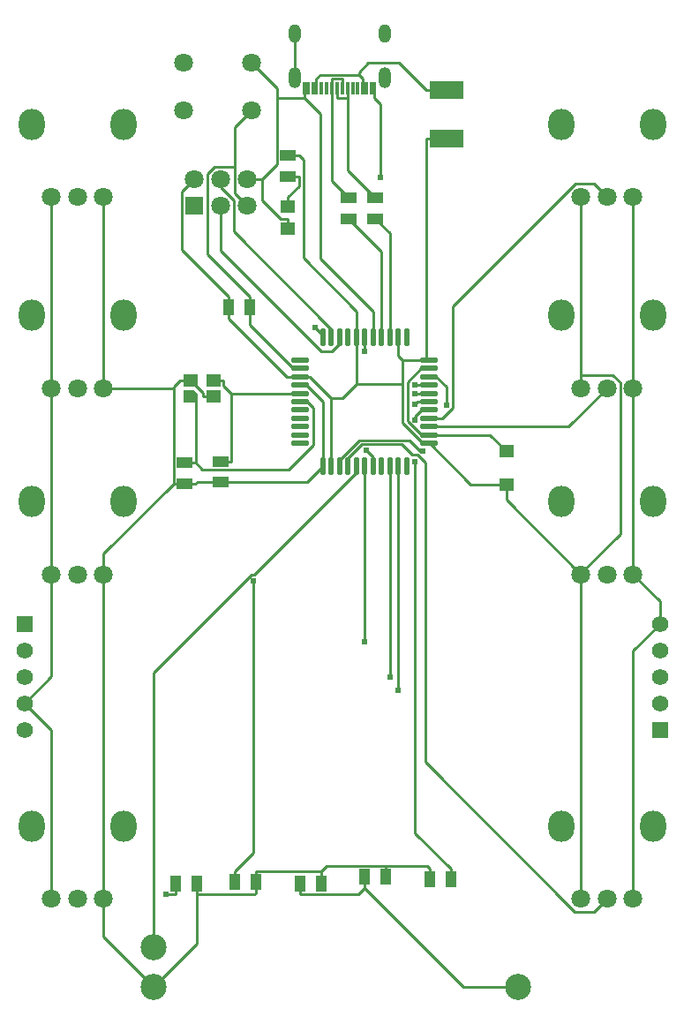
<source format=gtl>
G04 Layer: TopLayer*
G04 EasyEDA v6.5.22, 2023-03-28 13:18:53*
G04 9d449dd0c0e0408fbd9c808f7c3628e3,f128b93731b54af8bf61243348d08170,10*
G04 Gerber Generator version 0.2*
G04 Scale: 100 percent, Rotated: No, Reflected: No *
G04 Dimensions in inches *
G04 leading zeros omitted , absolute positions ,3 integer and 6 decimal *
%FSLAX36Y36*%
%MOIN*%

%AMMACRO1*4,1,5,-0.0276,0.0226,0.0133,0.0226,0.0276,0.0077,0.0276,-0.0226,-0.0276,-0.0226,-0.0276,0.0226,0*%
%ADD10C,0.0100*%
%ADD11R,0.1299X0.0701*%
%ADD12O,0.019684999999999998X0.070866*%
%ADD13O,0.070866X0.019684999999999998*%
%ADD14R,0.0394X0.0610*%
%ADD15R,0.0610X0.0394*%
%ADD16R,0.0551X0.0512*%
%ADD17R,0.0551X0.0453*%
%ADD18MACRO1*%
%ADD19R,0.0118X0.0512*%
%ADD20R,0.0551X0.0472*%
%ADD21R,0.0709X0.0709*%
%ADD22C,0.0709*%
%ADD23C,0.0984*%
%ADD24O,0.047244X0.070866*%
%ADD25O,0.047244X0.07873999999999999*%
%ADD26C,0.0620*%
%ADD27R,0.0620X0.0620*%
%ADD28O,0.098425X0.11810999999999999*%
%ADD29C,0.0240*%
%ADD30C,0.0197*%

%LPD*%
D10*
X3201580Y1237199D02*
G01*
X2920000Y1518780D01*
X2920000Y1576999D01*
X2629099Y1732500D02*
G01*
X2784600Y1576999D01*
X2920000Y1576999D01*
X2629089Y1764020D02*
G01*
X2858980Y1764020D01*
X2920000Y1703000D01*
X1201599Y1237199D02*
G01*
X1201599Y1940900D01*
X2695000Y3065700D02*
G01*
X2618999Y3065700D01*
X2362500Y3124499D02*
G01*
X2378599Y3108400D01*
X2201400Y3108400D02*
G01*
X2217500Y3124499D01*
X2362500Y3124499D01*
X2618999Y3065700D02*
G01*
X2515500Y3169200D01*
X2398000Y3169200D01*
X2362500Y3133800D01*
X2362500Y3124499D01*
X2378599Y3090100D02*
G01*
X2390399Y3078200D01*
X2390399Y3071700D01*
X2378599Y3090100D02*
G01*
X2378599Y3108400D01*
X2378599Y3071700D02*
G01*
X2378599Y3090100D01*
X2201400Y3071700D02*
G01*
X2201400Y3108400D01*
X2189600Y3071700D02*
G01*
X2201400Y3071700D01*
X2629099Y1764000D02*
G01*
X2599499Y1764000D01*
X2545799Y1817699D01*
X2545799Y1964299D01*
X2597500Y2015999D01*
X2629099Y2015999D01*
X2158100Y3035000D02*
G01*
X2216099Y2976999D01*
X2216099Y2431100D01*
X2416499Y2230700D01*
X2416499Y2134099D01*
X2052600Y3035000D02*
G01*
X2158100Y3035000D01*
X2219399Y116599D02*
G01*
X2239399Y136599D01*
X2464399Y136599D01*
X2219399Y107600D02*
G01*
X2219399Y116599D01*
X2219399Y116599D02*
G01*
X1974399Y116599D01*
X1974399Y75000D02*
G01*
X1974399Y116599D01*
X2421899Y3071700D02*
G01*
X2421899Y3035000D01*
X2421899Y3035000D02*
G01*
X2444499Y3012399D01*
X2444499Y2737500D01*
X2421899Y3071700D02*
G01*
X2410100Y3071700D01*
X1398400Y12199D02*
G01*
X1398400Y1237199D01*
X1586000Y-318800D02*
G01*
X1398400Y-131199D01*
X1398400Y12199D01*
X1840000Y1585599D02*
G01*
X2167200Y1585599D01*
X2227500Y1645900D01*
X1746599Y1580599D02*
G01*
X1751599Y1585599D01*
X1840000Y1585599D01*
X2227500Y1645900D02*
G01*
X2227500Y1890700D01*
X2165299Y1953000D01*
X2140900Y1953000D01*
X2219399Y70000D02*
G01*
X2219399Y107600D01*
X2464399Y95000D02*
G01*
X2464399Y136599D01*
X1974399Y34899D02*
G01*
X1967899Y28400D01*
X1749399Y28400D01*
X1974399Y75000D02*
G01*
X1974399Y34899D01*
X2095000Y2561999D02*
G01*
X2095000Y2543600D01*
X2095000Y2561999D02*
G01*
X2095000Y2580300D01*
X1996400Y2730000D02*
G01*
X2052600Y2786199D01*
X2052600Y3035000D01*
X2095000Y2580300D02*
G01*
X2067500Y2580300D01*
X1996400Y2651399D01*
X1996400Y2730000D01*
X1996400Y2730000D02*
G01*
X1940000Y2730000D01*
X1586000Y-318800D02*
G01*
X1749399Y-155500D01*
X1749399Y28400D01*
X1958000Y3168600D02*
G01*
X2052600Y3073899D01*
X2052600Y3035000D01*
X1398400Y1940900D02*
G01*
X1398400Y2662199D01*
X1398400Y1940900D02*
G01*
X1663400Y1940900D01*
X1813299Y1908499D02*
G01*
X1774700Y1908499D01*
X1774700Y1908499D02*
G01*
X1774700Y1923499D01*
X1726700Y1971500D01*
X2158100Y3071700D02*
G01*
X2158100Y3035000D01*
X2158100Y3071700D02*
G01*
X2169899Y3071700D01*
X1749399Y70000D02*
G01*
X1749399Y28400D01*
X1663400Y1940900D02*
G01*
X1663400Y1946900D01*
X1688000Y1971500D01*
X1663400Y1580599D02*
G01*
X1663400Y1940900D01*
X1398400Y1237199D02*
G01*
X1398400Y1315599D01*
X1663400Y1580599D01*
X3398400Y2662199D02*
G01*
X3398400Y1940900D01*
X3398400Y1940900D02*
G01*
X3398400Y1237199D01*
X3398400Y1237199D02*
G01*
X3500000Y1135599D01*
X3500000Y1050000D01*
X3398400Y12199D02*
G01*
X3398400Y948400D01*
X3500000Y1050000D01*
X1726700Y1971500D02*
G01*
X1688000Y1971500D01*
X1705000Y1580599D02*
G01*
X1663400Y1580599D01*
X1725799Y1580599D02*
G01*
X1705000Y1580599D01*
X1725799Y1580599D02*
G01*
X1746599Y1580599D01*
X1895600Y75000D02*
G01*
X1895600Y116599D01*
X2385000Y2134099D02*
G01*
X2385000Y2080199D01*
X1895600Y116599D02*
G01*
X1965699Y186599D01*
X1965699Y1212600D01*
X2290500Y2134099D02*
G01*
X2290500Y2109200D01*
X2262100Y2080799D01*
X2220500Y2080799D01*
X1840000Y2461300D01*
X1840000Y2630000D01*
X1840000Y2730000D02*
G01*
X1840000Y2701500D01*
X1890000Y2651500D01*
X1890000Y2532500D01*
X2258999Y2163499D01*
X2258999Y2134099D01*
X2198699Y2168899D02*
G01*
X2227500Y2140000D01*
X2227500Y2134099D01*
X1949399Y2245000D02*
G01*
X1949399Y2286599D01*
X1893400Y2776500D02*
G01*
X1893400Y2676599D01*
X1940000Y2630000D01*
X1958000Y2991399D02*
G01*
X1893400Y2926900D01*
X1893400Y2776500D01*
X1949399Y2286599D02*
G01*
X1790000Y2445999D01*
X1790000Y2750700D01*
X1815900Y2776500D01*
X1893400Y2776500D01*
X2140900Y2015999D02*
G01*
X2114300Y2015999D01*
X1949399Y2180900D01*
X1949399Y2245000D01*
X1813299Y1971500D02*
G01*
X1851999Y1971500D01*
X1881599Y1921500D02*
G01*
X1881599Y1664400D01*
X1851999Y1971500D02*
G01*
X1851999Y1951100D01*
X1881599Y1921500D01*
X1881599Y1921500D02*
G01*
X2140900Y1921500D01*
X1840000Y1664400D02*
G01*
X1881599Y1664400D01*
X1746599Y1659400D02*
G01*
X1772399Y1633600D01*
X2098500Y1633600D01*
X2191700Y1726799D01*
X2191700Y1865999D01*
X2167700Y1890000D01*
X2140900Y1890000D01*
X1729399Y1910000D02*
G01*
X1746599Y1892800D01*
X1746599Y1659400D01*
X1705000Y1659400D02*
G01*
X1746599Y1659400D01*
X2290500Y1645900D02*
G01*
X2290500Y1670399D01*
X2365000Y1744800D01*
X2554600Y1744800D01*
X2595600Y1703899D01*
X2602799Y1703899D01*
X2321999Y1645900D02*
G01*
X2321999Y1675700D01*
X2375000Y1728699D01*
X2523500Y1728699D01*
X2563500Y1688800D01*
X2585200Y1688800D01*
X2613000Y1660999D01*
X2613000Y528400D01*
X3177899Y-36500D01*
X3251300Y-36500D01*
X3300000Y12199D01*
X1586000Y-171199D02*
G01*
X1586000Y865599D01*
X1956099Y1235700D01*
X1966999Y1235700D01*
X2353500Y1622199D01*
X2353500Y1645900D01*
X2385000Y984400D02*
G01*
X2385000Y1645900D01*
X2390900Y1705599D02*
G01*
X2416499Y1680000D01*
X2416499Y1645900D01*
X2479499Y1645900D02*
G01*
X2479499Y850000D01*
X2511000Y1645900D02*
G01*
X2509099Y1644099D01*
X2509099Y800000D01*
X3300000Y1940900D02*
G01*
X3154600Y1795500D01*
X2629099Y1795500D01*
X3300000Y2662199D02*
G01*
X3249099Y2713099D01*
X3181099Y2713099D01*
X2716300Y2248299D01*
X2716300Y1865799D01*
X2677399Y1826999D01*
X2629099Y1826999D01*
X2575500Y1820599D02*
G01*
X2575500Y1833299D01*
X2600799Y1858499D01*
X2629099Y1858499D01*
X2629099Y1890000D02*
G01*
X2585100Y1890000D01*
X2574799Y1879699D01*
X2574399Y1921500D02*
G01*
X2629099Y1921500D01*
X2629099Y1953000D02*
G01*
X2574399Y1953000D01*
X2709399Y126599D02*
G01*
X2575600Y260399D01*
X2575600Y1664699D01*
X2709399Y85000D02*
G01*
X2709399Y126599D01*
X2693199Y1875399D02*
G01*
X2693199Y1946799D01*
X2655500Y1984499D01*
X2629099Y1984499D01*
X2095000Y2626300D02*
G01*
X2095000Y2663000D01*
X2095000Y2740599D02*
G01*
X2136599Y2740599D01*
X2095000Y2663000D02*
G01*
X2136599Y2704600D01*
X2136599Y2740599D01*
X2319499Y3071700D02*
G01*
X2319499Y3035000D01*
X2319499Y3035000D02*
G01*
X2280200Y3035000D01*
X2280200Y3071700D02*
G01*
X2280200Y3035000D01*
X2260500Y3071700D02*
G01*
X2260500Y3108400D01*
X2299799Y3071700D02*
G01*
X2299799Y3108400D01*
X2299799Y3108400D02*
G01*
X2260500Y3108400D01*
X2119899Y3113699D02*
G01*
X2119899Y3278299D01*
X3198800Y1240000D02*
G01*
X3201599Y1237199D01*
X3201599Y1990500D02*
G01*
X3321499Y1990500D01*
X3349200Y1962800D01*
X3349200Y1390399D01*
X3198800Y1240000D01*
X3201599Y2662199D02*
G01*
X3201599Y1990500D01*
X3201599Y1990500D02*
G01*
X3201599Y1940900D01*
X1201599Y12199D02*
G01*
X1201599Y648400D01*
X1100000Y750000D01*
X1100000Y750000D02*
G01*
X1201599Y851599D01*
X1201599Y1237199D01*
X1201599Y1237199D02*
G01*
X1201599Y1940900D01*
X2963999Y-318800D02*
G01*
X2757899Y-318800D01*
X2385600Y53400D01*
X2385600Y95000D02*
G01*
X2385600Y53400D01*
X1870600Y2245000D02*
G01*
X1870600Y2203400D01*
X2136599Y2819400D02*
G01*
X2152700Y2803200D01*
X2152700Y2431900D01*
X2353500Y2231199D01*
X2353500Y2134099D01*
X2095000Y2819400D02*
G01*
X2136599Y2819400D01*
X2140600Y28400D02*
G01*
X2360600Y28400D01*
X2385600Y53400D01*
X1870600Y2203400D02*
G01*
X2089600Y1984499D01*
X2140900Y1984499D01*
X2618999Y2884200D02*
G01*
X2618999Y2057600D01*
X2629099Y2047500D01*
X2695000Y2884200D02*
G01*
X2618999Y2884200D01*
X2629099Y2047500D02*
G01*
X2527500Y2047500D01*
X2140600Y70000D02*
G01*
X2140600Y28400D01*
X1670600Y70000D02*
G01*
X1670600Y28400D01*
X1670600Y28400D02*
G01*
X1634499Y28400D01*
X2511000Y2134099D02*
G01*
X2511000Y2064000D01*
X2527500Y2047500D01*
X2353500Y2134099D02*
G01*
X2353500Y1956799D01*
X2353500Y1956799D02*
G01*
X2300100Y1903400D01*
X2258999Y1903400D01*
X2258999Y1645900D02*
G01*
X2258999Y1903400D01*
X2258999Y1903400D02*
G01*
X2177899Y1984499D01*
X2140900Y1984499D01*
X3201599Y12199D02*
G01*
X3201599Y1237199D01*
X2353500Y1956799D02*
G01*
X2527500Y1956799D01*
X2527500Y2047500D02*
G01*
X2527500Y1956799D01*
X2527500Y1956799D02*
G01*
X2527500Y1809299D01*
X2604200Y1732500D01*
X2629099Y1732500D01*
X1740000Y2730000D02*
G01*
X1692799Y2682800D01*
X1692799Y2464499D01*
X1870600Y2286599D01*
X1870600Y2245000D02*
G01*
X1870600Y2286599D01*
X1201599Y2662199D02*
G01*
X1201599Y1940900D01*
X2260469Y3071720D02*
G01*
X2260469Y2723899D01*
X2325000Y2659369D01*
X2319499Y3035000D02*
G01*
X2319499Y2764870D01*
X2425000Y2659369D01*
X2325000Y2580630D02*
G01*
X2447990Y2457640D01*
X2447990Y2134090D01*
X2425000Y2580630D02*
G01*
X2479489Y2526140D01*
X2479489Y2134090D01*
X2630600Y126599D02*
G01*
X2620600Y136599D01*
X2464399Y136599D01*
X2630600Y85000D02*
G01*
X2630600Y126599D01*
D11*
G01*
X2695000Y2884259D03*
G01*
X2695000Y3065740D03*
D12*
G01*
X2542479Y2134090D03*
G01*
X2510979Y2134090D03*
G01*
X2479489Y2134090D03*
G01*
X2447990Y2134090D03*
G01*
X2416499Y2134090D03*
G01*
X2385000Y2134090D03*
G01*
X2353500Y2134090D03*
G01*
X2322010Y2134090D03*
G01*
X2290510Y2134090D03*
G01*
X2259020Y2134090D03*
G01*
X2227520Y2134090D03*
D13*
G01*
X2140910Y2047480D03*
G01*
X2140910Y2015979D03*
G01*
X2140910Y1984490D03*
G01*
X2140910Y1952989D03*
G01*
X2140910Y1921500D03*
G01*
X2140910Y1890000D03*
G01*
X2140910Y1858499D03*
G01*
X2140910Y1827010D03*
G01*
X2140910Y1795509D03*
G01*
X2140910Y1764020D03*
G01*
X2140910Y1732519D03*
D12*
G01*
X2227520Y1645909D03*
G01*
X2259020Y1645909D03*
G01*
X2290510Y1645909D03*
G01*
X2322010Y1645909D03*
G01*
X2353500Y1645909D03*
G01*
X2385000Y1645909D03*
G01*
X2416499Y1645909D03*
G01*
X2447990Y1645909D03*
G01*
X2479489Y1645909D03*
G01*
X2510979Y1645909D03*
G01*
X2542479Y1645909D03*
D13*
G01*
X2629089Y1732519D03*
G01*
X2629089Y1764020D03*
G01*
X2629089Y1795509D03*
G01*
X2629089Y1827010D03*
G01*
X2629089Y1858499D03*
G01*
X2629089Y1890000D03*
G01*
X2629089Y1921500D03*
G01*
X2629089Y1952989D03*
G01*
X2629089Y1984490D03*
G01*
X2629089Y2015979D03*
G01*
X2629089Y2047480D03*
D14*
G01*
X2385630Y95000D03*
G01*
X2464369Y95000D03*
G01*
X2140630Y70000D03*
G01*
X2219369Y70000D03*
G01*
X2630630Y85000D03*
G01*
X2709369Y85000D03*
G01*
X1670630Y70000D03*
G01*
X1749369Y70000D03*
D15*
G01*
X2095000Y2819369D03*
G01*
X2095000Y2740630D03*
D16*
G01*
X2095000Y2626350D03*
G01*
X2095000Y2543649D03*
D17*
G01*
X1813310Y1971500D03*
D18*
G01*
X1726687Y1908505D03*
D17*
G01*
X1726689Y1971500D03*
G01*
X1813310Y1908499D03*
D14*
G01*
X1870630Y2245000D03*
G01*
X1949369Y2245000D03*
D19*
G01*
X2421890Y3071720D03*
G01*
X2410079Y3071720D03*
G01*
X2390389Y3071720D03*
G01*
X2378580Y3071720D03*
G01*
X2358900Y3071680D03*
G01*
X2339210Y3071720D03*
G01*
X2319530Y3071720D03*
G01*
X2299840Y3071720D03*
G01*
X2280159Y3071720D03*
G01*
X2260469Y3071720D03*
G01*
X2240799Y3071680D03*
G01*
X2221099Y3071720D03*
G01*
X2201419Y3071720D03*
G01*
X2189600Y3071720D03*
G01*
X2169920Y3071720D03*
G01*
X2158109Y3071720D03*
D14*
G01*
X1895630Y75000D03*
G01*
X1974369Y75000D03*
D15*
G01*
X2325000Y2580630D03*
G01*
X2325000Y2659369D03*
G01*
X2425000Y2580630D03*
G01*
X2425000Y2659369D03*
G01*
X1705000Y1580630D03*
G01*
X1705000Y1659369D03*
G01*
X1840000Y1585630D03*
G01*
X1840000Y1664369D03*
D20*
G01*
X2920000Y1576999D03*
G01*
X2920000Y1703000D03*
D21*
G01*
X1740000Y2630000D03*
D22*
G01*
X1740000Y2730000D03*
G01*
X1840000Y2630000D03*
G01*
X1840000Y2730000D03*
G01*
X1940000Y2630000D03*
G01*
X1940000Y2730000D03*
D23*
G01*
X1586019Y-318820D03*
G01*
X1586019Y-171179D03*
G01*
X2963980Y-318820D03*
D22*
G01*
X1702049Y3168580D03*
G01*
X1957950Y3168580D03*
G01*
X1702049Y2991419D03*
G01*
X1957950Y2991419D03*
D24*
G01*
X2460079Y3278310D03*
G01*
X2119920Y3278310D03*
D25*
G01*
X2119920Y3113739D03*
G01*
X2460079Y3113739D03*
D26*
G01*
X3500000Y1050000D03*
G01*
X3500000Y950000D03*
G01*
X3500000Y850000D03*
G01*
X3500000Y750000D03*
D27*
G01*
X3500000Y650000D03*
D26*
G01*
X1100000Y650000D03*
G01*
X1100000Y750000D03*
G01*
X1100000Y850000D03*
G01*
X1100000Y950000D03*
D27*
G01*
X1100000Y1050000D03*
D28*
G01*
X1473230Y2937199D03*
G01*
X1126779Y2937790D03*
D22*
G01*
X1398419Y2662199D03*
G01*
X1300010Y2662199D03*
G01*
X1201580Y2662199D03*
D28*
G01*
X1473230Y2215949D03*
G01*
X1126779Y2216540D03*
D22*
G01*
X1398419Y1940949D03*
G01*
X1300010Y1940949D03*
G01*
X1201580Y1940949D03*
D28*
G01*
X1473230Y1512199D03*
G01*
X1126779Y1512790D03*
D22*
G01*
X1398419Y1237199D03*
G01*
X1300010Y1237199D03*
G01*
X1201580Y1237199D03*
D28*
G01*
X1473230Y287199D03*
G01*
X1126779Y287789D03*
D22*
G01*
X1398419Y12199D03*
G01*
X1300010Y12199D03*
G01*
X1201580Y12199D03*
D28*
G01*
X3473230Y2937199D03*
G01*
X3126779Y2937790D03*
D22*
G01*
X3398429Y2662199D03*
G01*
X3300010Y2662199D03*
G01*
X3201580Y2662199D03*
D28*
G01*
X3473230Y2215949D03*
G01*
X3126779Y2216540D03*
D22*
G01*
X3398429Y1940949D03*
G01*
X3300010Y1940949D03*
G01*
X3201580Y1940949D03*
D28*
G01*
X3473230Y1512199D03*
G01*
X3126779Y1512790D03*
D22*
G01*
X3398429Y1237199D03*
G01*
X3300010Y1237199D03*
G01*
X3201580Y1237199D03*
D28*
G01*
X3473230Y287199D03*
G01*
X3126779Y287789D03*
D22*
G01*
X3398429Y12199D03*
G01*
X3300010Y12199D03*
G01*
X3201580Y12199D03*
D29*
G01*
X2575600Y1664699D03*
G01*
X2693199Y1875399D03*
G01*
X2574399Y1953000D03*
G01*
X2574399Y1921500D03*
G01*
X2574799Y1879699D03*
G01*
X2575500Y1820599D03*
G01*
X2509099Y800000D03*
G01*
X2479499Y850000D03*
G01*
X2390900Y1705599D03*
G01*
X2385000Y984400D03*
G01*
X2602799Y1703899D03*
G01*
X2198699Y2168899D03*
G01*
X1965699Y1212600D03*
G01*
X2385000Y2080199D03*
G01*
X2444499Y2737500D03*
G01*
X1634499Y28400D03*
M02*

</source>
